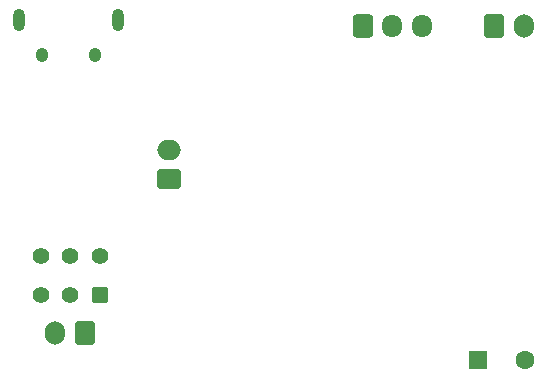
<source format=gbr>
%TF.GenerationSoftware,KiCad,Pcbnew,9.0.0*%
%TF.CreationDate,2025-05-13T10:19:15-05:00*%
%TF.ProjectId,Refraction Cell Circuit,52656672-6163-4746-996f-6e2043656c6c,rev?*%
%TF.SameCoordinates,Original*%
%TF.FileFunction,Soldermask,Bot*%
%TF.FilePolarity,Negative*%
%FSLAX46Y46*%
G04 Gerber Fmt 4.6, Leading zero omitted, Abs format (unit mm)*
G04 Created by KiCad (PCBNEW 9.0.0) date 2025-05-13 10:19:15*
%MOMM*%
%LPD*%
G01*
G04 APERTURE LIST*
G04 Aperture macros list*
%AMRoundRect*
0 Rectangle with rounded corners*
0 $1 Rounding radius*
0 $2 $3 $4 $5 $6 $7 $8 $9 X,Y pos of 4 corners*
0 Add a 4 corners polygon primitive as box body*
4,1,4,$2,$3,$4,$5,$6,$7,$8,$9,$2,$3,0*
0 Add four circle primitives for the rounded corners*
1,1,$1+$1,$2,$3*
1,1,$1+$1,$4,$5*
1,1,$1+$1,$6,$7*
1,1,$1+$1,$8,$9*
0 Add four rect primitives between the rounded corners*
20,1,$1+$1,$2,$3,$4,$5,0*
20,1,$1+$1,$4,$5,$6,$7,0*
20,1,$1+$1,$6,$7,$8,$9,0*
20,1,$1+$1,$8,$9,$2,$3,0*%
G04 Aperture macros list end*
%ADD10O,1.000000X1.900000*%
%ADD11O,1.050000X1.250000*%
%ADD12RoundRect,0.250000X-0.600000X-0.725000X0.600000X-0.725000X0.600000X0.725000X-0.600000X0.725000X0*%
%ADD13O,1.700000X1.950000*%
%ADD14R,1.600000X1.600000*%
%ADD15C,1.600000*%
%ADD16RoundRect,0.250000X-0.600000X-0.750000X0.600000X-0.750000X0.600000X0.750000X-0.600000X0.750000X0*%
%ADD17O,1.700000X2.000000*%
%ADD18RoundRect,0.250000X0.750000X-0.600000X0.750000X0.600000X-0.750000X0.600000X-0.750000X-0.600000X0*%
%ADD19O,2.000000X1.700000*%
%ADD20RoundRect,0.250000X0.450000X0.450000X-0.450000X0.450000X-0.450000X-0.450000X0.450000X-0.450000X0*%
%ADD21C,1.400000*%
%ADD22RoundRect,0.250000X0.600000X0.750000X-0.600000X0.750000X-0.600000X-0.750000X0.600000X-0.750000X0*%
G04 APERTURE END LIST*
D10*
%TO.C,REF\u002A\u002A*%
X133478750Y-86510000D03*
D11*
X131528750Y-89510000D03*
X127078750Y-89510000D03*
D10*
X125128750Y-86510000D03*
%TD*%
D12*
%TO.C,REF\u002A\u002A*%
X154235000Y-87035000D03*
D13*
X156735000Y-87035000D03*
X159235000Y-87035000D03*
%TD*%
D14*
%TO.C,LS2*%
X164010000Y-115260000D03*
D15*
X168010000Y-115260000D03*
%TD*%
D16*
%TO.C,REF\u002A\u002A*%
X165360000Y-87035000D03*
D17*
X167860000Y-87035000D03*
%TD*%
D18*
%TO.C,REF\u002A\u002A*%
X137835000Y-100010000D03*
D19*
X137835000Y-97510000D03*
%TD*%
D20*
%TO.C,SW1*%
X131960000Y-109810000D03*
D21*
X129460000Y-109810000D03*
X129460000Y-106510000D03*
X126960000Y-109810000D03*
X126960000Y-106510000D03*
X131960000Y-106510000D03*
%TD*%
D22*
%TO.C,REF\u002A\u002A*%
X130710000Y-112977500D03*
D17*
X128210000Y-112977500D03*
%TD*%
M02*

</source>
